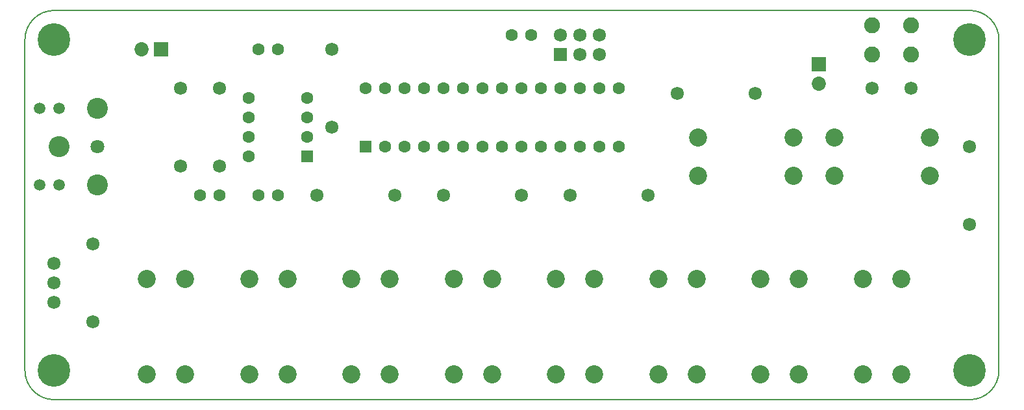
<source format=gbs>
G04 (created by PCBNEW (2012-oct-18)-testing) date Wed 03 Jul 2013 04:57:35 PM EDT*
%MOIN*%
G04 Gerber Fmt 3.4, Leading zero omitted, Abs format*
%FSLAX34Y34*%
G01*
G70*
G90*
G04 APERTURE LIST*
%ADD10C,0.002*%
%ADD11C,0.00590551*%
%ADD12C,0.092874*%
%ADD13C,0.067874*%
%ADD14R,0.067874X0.067874*%
%ADD15R,0.062874X0.062874*%
%ADD16C,0.062874*%
%ADD17R,0.072874X0.072874*%
%ADD18C,0.072874*%
%ADD19C,0.107874*%
%ADD20C,0.0708661*%
%ADD21C,0.0590551*%
%ADD22C,0.081874*%
%ADD23C,0.167874*%
G04 APERTURE END LIST*
G54D10*
G54D11*
X58750Y-75000D02*
X58750Y-58000D01*
X107250Y-76500D02*
X60250Y-76500D01*
X108750Y-58000D02*
X108750Y-75000D01*
X60250Y-56500D02*
X107250Y-56500D01*
X107250Y-76500D02*
G75*
G03X108750Y-75000I0J1500D01*
G74*
G01*
X108750Y-58000D02*
G75*
G03X107250Y-56500I-1500J0D01*
G74*
G01*
X58750Y-75000D02*
G75*
G03X60250Y-76500I1500J0D01*
G74*
G01*
X60250Y-56500D02*
G75*
G03X58750Y-58000I0J-1500D01*
G74*
G01*
G54D12*
X98210Y-64984D03*
X93290Y-64984D03*
X98210Y-63016D03*
X93290Y-63016D03*
X105210Y-64984D03*
X100290Y-64984D03*
X105210Y-63016D03*
X100290Y-63016D03*
G54D13*
X60250Y-71500D03*
X60250Y-70500D03*
X60250Y-69500D03*
G54D12*
X93234Y-70290D03*
X93234Y-75210D03*
X91266Y-70290D03*
X91266Y-75210D03*
X98484Y-70290D03*
X98484Y-75210D03*
X96516Y-70290D03*
X96516Y-75210D03*
X103734Y-70290D03*
X103734Y-75210D03*
X101766Y-70290D03*
X101766Y-75210D03*
X66984Y-70290D03*
X66984Y-75210D03*
X65016Y-70290D03*
X65016Y-75210D03*
X72234Y-70290D03*
X72234Y-75210D03*
X70266Y-70290D03*
X70266Y-75210D03*
X77484Y-70290D03*
X77484Y-75210D03*
X75516Y-70290D03*
X75516Y-75210D03*
X82734Y-70290D03*
X82734Y-75210D03*
X80766Y-70290D03*
X80766Y-75210D03*
X87984Y-70290D03*
X87984Y-75210D03*
X86016Y-70290D03*
X86016Y-75210D03*
G54D13*
X66750Y-64500D03*
X66750Y-60500D03*
X62250Y-68500D03*
X62250Y-72500D03*
X68750Y-60500D03*
X68750Y-64500D03*
X90750Y-66000D03*
X86750Y-66000D03*
X84250Y-66000D03*
X80250Y-66000D03*
X107250Y-63500D03*
X107250Y-67500D03*
X74500Y-62500D03*
X74500Y-58500D03*
X73750Y-66000D03*
X77750Y-66000D03*
X96250Y-60750D03*
X92250Y-60750D03*
G54D14*
X86250Y-58750D03*
G54D13*
X86250Y-57750D03*
X87250Y-58750D03*
X87250Y-57750D03*
X88250Y-58750D03*
X88250Y-57750D03*
G54D15*
X73250Y-64000D03*
G54D16*
X73250Y-63000D03*
X73250Y-62000D03*
X73250Y-61000D03*
X70250Y-61000D03*
X70250Y-62000D03*
X70250Y-63000D03*
X70250Y-64000D03*
X77250Y-63500D03*
X78250Y-63500D03*
X79250Y-63500D03*
X80250Y-63500D03*
X81250Y-63500D03*
X82250Y-63500D03*
X83250Y-63500D03*
X84250Y-63500D03*
X85250Y-63500D03*
X86250Y-63500D03*
X87250Y-63500D03*
X88250Y-63500D03*
X89250Y-63500D03*
G54D15*
X76250Y-63500D03*
G54D16*
X89250Y-60500D03*
X88250Y-60500D03*
X87250Y-60500D03*
X86250Y-60500D03*
X85250Y-60500D03*
X84250Y-60500D03*
X83250Y-60500D03*
X82250Y-60500D03*
X81250Y-60500D03*
X80250Y-60500D03*
X79250Y-60500D03*
X78250Y-60500D03*
X77250Y-60500D03*
X76250Y-60500D03*
G54D17*
X65750Y-58500D03*
G54D18*
X64750Y-58500D03*
G54D17*
X99500Y-59250D03*
G54D18*
X99500Y-60250D03*
G54D16*
X70750Y-66000D03*
X71750Y-66000D03*
X67750Y-66000D03*
X68750Y-66000D03*
X84750Y-57750D03*
X83750Y-57750D03*
X70750Y-58500D03*
X71750Y-58500D03*
G54D19*
X60500Y-63500D03*
X62468Y-61531D03*
X62468Y-65468D03*
G54D20*
X62468Y-63500D03*
G54D21*
X60500Y-65468D03*
X60500Y-61531D03*
X59515Y-61531D03*
X59515Y-65468D03*
G54D13*
X104250Y-60500D03*
X102250Y-60500D03*
G54D22*
X104250Y-58750D03*
X102250Y-58750D03*
X104250Y-57250D03*
X102250Y-57250D03*
G54D23*
X107250Y-58000D03*
X107250Y-75000D03*
X60250Y-75000D03*
X60250Y-58000D03*
M02*

</source>
